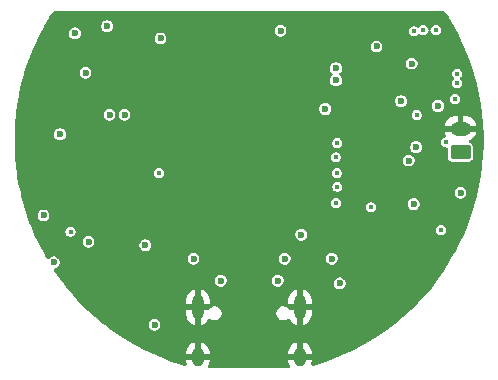
<source format=gbr>
%TF.GenerationSoftware,KiCad,Pcbnew,9.0.6*%
%TF.CreationDate,2026-01-06T14:18:23+01:00*%
%TF.ProjectId,EnviroLind,456e7669-726f-44c6-996e-642e6b696361,rev?*%
%TF.SameCoordinates,Original*%
%TF.FileFunction,Copper,L3,Inr*%
%TF.FilePolarity,Positive*%
%FSLAX46Y46*%
G04 Gerber Fmt 4.6, Leading zero omitted, Abs format (unit mm)*
G04 Created by KiCad (PCBNEW 9.0.6) date 2026-01-06 14:18:23*
%MOMM*%
%LPD*%
G01*
G04 APERTURE LIST*
G04 Aperture macros list*
%AMRoundRect*
0 Rectangle with rounded corners*
0 $1 Rounding radius*
0 $2 $3 $4 $5 $6 $7 $8 $9 X,Y pos of 4 corners*
0 Add a 4 corners polygon primitive as box body*
4,1,4,$2,$3,$4,$5,$6,$7,$8,$9,$2,$3,0*
0 Add four circle primitives for the rounded corners*
1,1,$1+$1,$2,$3*
1,1,$1+$1,$4,$5*
1,1,$1+$1,$6,$7*
1,1,$1+$1,$8,$9*
0 Add four rect primitives between the rounded corners*
20,1,$1+$1,$2,$3,$4,$5,0*
20,1,$1+$1,$4,$5,$6,$7,0*
20,1,$1+$1,$6,$7,$8,$9,0*
20,1,$1+$1,$8,$9,$2,$3,0*%
G04 Aperture macros list end*
%TA.AperFunction,HeatsinkPad*%
%ADD10O,1.000000X2.100000*%
%TD*%
%TA.AperFunction,HeatsinkPad*%
%ADD11O,1.000000X1.600000*%
%TD*%
%TA.AperFunction,ComponentPad*%
%ADD12RoundRect,0.250000X0.625000X-0.350000X0.625000X0.350000X-0.625000X0.350000X-0.625000X-0.350000X0*%
%TD*%
%TA.AperFunction,ComponentPad*%
%ADD13O,1.750000X1.200000*%
%TD*%
%TA.AperFunction,ViaPad*%
%ADD14C,0.600000*%
%TD*%
%TA.AperFunction,ViaPad*%
%ADD15C,0.450000*%
%TD*%
G04 APERTURE END LIST*
D10*
%TO.N,GND*%
%TO.C,J1*%
X97276000Y-115754000D03*
D11*
X97276000Y-119934000D03*
D10*
X105916000Y-115754000D03*
D11*
X105916000Y-119934000D03*
%TD*%
D12*
%TO.N,VBAT*%
%TO.C,J3*%
X119507000Y-102616000D03*
D13*
%TO.N,GND*%
X119507000Y-100616000D03*
%TD*%
D14*
%TO.N,GND*%
X86614000Y-91059000D03*
X117535393Y-96134000D03*
X89154000Y-91059000D03*
X88773000Y-114427000D03*
X100965000Y-91059000D03*
X94488000Y-119634000D03*
X103505000Y-91059000D03*
X100330000Y-120396000D03*
X106045000Y-91059000D03*
X89611200Y-93472000D03*
X101600000Y-116967000D03*
X108712000Y-119634000D03*
X85344000Y-91059000D03*
X90271600Y-100711000D03*
X97155000Y-91059000D03*
X84150200Y-109347000D03*
X102235000Y-91059000D03*
X94361000Y-100584000D03*
X98425000Y-91059000D03*
X107315000Y-91059000D03*
X89357200Y-112750600D03*
X120269000Y-106807000D03*
X108585000Y-91059000D03*
X94742000Y-112795500D03*
X113944400Y-96774000D03*
X113919000Y-91059000D03*
X113538000Y-99187000D03*
X116459000Y-91059000D03*
X104140000Y-120396000D03*
X118110000Y-111760000D03*
X119380000Y-109347000D03*
X120904000Y-103378000D03*
X94615000Y-91059000D03*
X117729000Y-91059000D03*
X99695000Y-91059000D03*
X119888000Y-108077000D03*
X116713000Y-105664000D03*
X120604728Y-97721013D03*
X99060000Y-120396000D03*
X104775000Y-91059000D03*
X91338400Y-104470200D03*
X114681000Y-114681000D03*
X89408000Y-102844600D03*
X89712800Y-105359200D03*
X121031000Y-101727000D03*
X87884000Y-91059000D03*
X102870000Y-120396000D03*
X115189000Y-91059000D03*
X112649000Y-91059000D03*
X101600000Y-120396000D03*
X120777000Y-98933000D03*
X119532400Y-94208600D03*
X89154000Y-100711000D03*
X88188800Y-104470200D03*
X118745000Y-110617000D03*
X95885000Y-91059000D03*
%TO.N,+5V*%
X104622600Y-111633000D03*
X93599000Y-117221000D03*
X108610400Y-111633000D03*
X96901000Y-111633000D03*
X115544600Y-107010200D03*
%TO.N,+3.3V*%
X87757000Y-95885000D03*
X86868000Y-92549600D03*
X92828641Y-110486757D03*
X94107000Y-92964000D03*
X114477800Y-98298000D03*
X85064600Y-111937800D03*
X104267000Y-92329000D03*
X84201000Y-107950000D03*
X85598000Y-101092000D03*
X89789000Y-99441000D03*
X91059000Y-99441000D03*
X112395000Y-93646700D03*
%TO.N,+1V2*%
X115121400Y-103318600D03*
X115366800Y-95106200D03*
%TO.N,nRESET*%
X89585800Y-91948000D03*
D15*
%TO.N,BUTTON*%
X93980000Y-104394000D03*
X86487000Y-109347000D03*
%TO.N,CS_1*%
X109067200Y-101829000D03*
X119210200Y-95961200D03*
D14*
%TO.N,BOOT*%
X108051600Y-98958400D03*
D15*
%TO.N,CIPO*%
X119024400Y-98094800D03*
X109016800Y-104394000D03*
X115544600Y-92379800D03*
D14*
%TO.N,Net-(F1-Pad2)*%
X99212400Y-113487200D03*
X104038400Y-113487200D03*
D15*
%TO.N,COPI*%
X109067600Y-105537000D03*
X115787044Y-99480244D03*
X117424200Y-92278200D03*
%TO.N,SCK*%
X108966000Y-106908600D03*
X111937800Y-107289600D03*
X116357400Y-92278200D03*
D14*
X117602000Y-98704400D03*
%TO.N,TX*%
X108966000Y-95504000D03*
%TO.N,RX*%
X108966000Y-96520000D03*
D15*
%TO.N,CS_0*%
X108940600Y-103047800D03*
X119205431Y-96761186D03*
D14*
%TO.N,VCC*%
X106019600Y-109601000D03*
X88011000Y-110185200D03*
X115748400Y-102184200D03*
%TO.N,VBAT*%
X109270800Y-113715800D03*
X119507000Y-106045000D03*
D15*
%TO.N,STAT*%
X117845000Y-109209000D03*
X118279060Y-101772273D03*
%TD*%
%TA.AperFunction,Conductor*%
%TO.N,GND*%
G36*
X118192354Y-90715585D02*
G01*
X118229535Y-90752713D01*
X118522065Y-91206483D01*
X118524915Y-91211123D01*
X118962100Y-91959512D01*
X118964743Y-91964274D01*
X119368636Y-92731117D01*
X119371067Y-92735989D01*
X119473297Y-92952658D01*
X119740908Y-93519841D01*
X119743109Y-93524783D01*
X120078171Y-94324102D01*
X120080166Y-94329170D01*
X120379811Y-95142432D01*
X120381581Y-95147582D01*
X120645229Y-95973210D01*
X120646771Y-95978432D01*
X120873917Y-96814853D01*
X120875228Y-96820139D01*
X121065427Y-97665703D01*
X121066503Y-97671033D01*
X121088595Y-97794300D01*
X121219394Y-98524142D01*
X121220237Y-98529522D01*
X121335523Y-99388522D01*
X121336129Y-99393934D01*
X121413590Y-100257185D01*
X121413957Y-100262618D01*
X121453440Y-101128401D01*
X121453569Y-101133845D01*
X121455001Y-102000565D01*
X121454890Y-102006010D01*
X121418267Y-102871917D01*
X121417918Y-102877351D01*
X121343310Y-103740852D01*
X121342722Y-103746266D01*
X121230274Y-104605640D01*
X121229449Y-104611023D01*
X121079375Y-105464646D01*
X121078314Y-105469988D01*
X120890915Y-106316150D01*
X120889622Y-106321439D01*
X120665238Y-107158615D01*
X120663713Y-107163843D01*
X120402789Y-107990356D01*
X120401035Y-107995512D01*
X120104091Y-108809721D01*
X120102114Y-108814795D01*
X119769685Y-109615238D01*
X119767486Y-109620220D01*
X119400251Y-110405257D01*
X119397836Y-110410138D01*
X118996478Y-111178311D01*
X118993851Y-111183081D01*
X118559153Y-111932891D01*
X118556319Y-111937541D01*
X118089114Y-112667550D01*
X118086078Y-112672071D01*
X117587281Y-113380848D01*
X117584057Y-113385222D01*
X117411195Y-113609266D01*
X117054623Y-114071412D01*
X117051203Y-114075649D01*
X116492126Y-114737964D01*
X116488522Y-114742047D01*
X115900937Y-115379141D01*
X115897158Y-115383062D01*
X115282157Y-115993752D01*
X115278210Y-115997503D01*
X114636986Y-116580604D01*
X114632877Y-116584179D01*
X113966666Y-117138566D01*
X113962405Y-117141956D01*
X113272518Y-117666543D01*
X113268112Y-117669744D01*
X112555810Y-118163567D01*
X112551267Y-118166570D01*
X111818027Y-118628606D01*
X111813357Y-118631408D01*
X111060494Y-119060830D01*
X111055706Y-119063423D01*
X110284737Y-119459362D01*
X110279840Y-119461743D01*
X109887109Y-119642105D01*
X109492206Y-119823463D01*
X109487222Y-119825621D01*
X108684488Y-120152400D01*
X108679400Y-120154342D01*
X107863097Y-120445559D01*
X107857929Y-120447276D01*
X107029612Y-120702377D01*
X107024376Y-120703865D01*
X107018292Y-120705450D01*
X106948455Y-120703302D01*
X106890866Y-120663739D01*
X106863809Y-120599321D01*
X106872471Y-120537999D01*
X106877571Y-120525685D01*
X106877572Y-120525681D01*
X106915999Y-120332495D01*
X106916000Y-120332492D01*
X106916000Y-120184000D01*
X106216000Y-120184000D01*
X106216000Y-119684000D01*
X106916000Y-119684000D01*
X106916000Y-119535508D01*
X106915999Y-119535504D01*
X106877572Y-119342318D01*
X106877569Y-119342306D01*
X106802192Y-119160328D01*
X106802185Y-119160315D01*
X106692751Y-118996537D01*
X106692748Y-118996533D01*
X106553466Y-118857251D01*
X106553462Y-118857248D01*
X106389684Y-118747814D01*
X106389671Y-118747807D01*
X106207691Y-118672429D01*
X106207683Y-118672427D01*
X106166000Y-118664135D01*
X106166000Y-119467011D01*
X106156060Y-119449795D01*
X106100205Y-119393940D01*
X106031796Y-119354444D01*
X105955496Y-119334000D01*
X105876504Y-119334000D01*
X105800204Y-119354444D01*
X105731795Y-119393940D01*
X105675940Y-119449795D01*
X105666000Y-119467011D01*
X105666000Y-118664136D01*
X105665999Y-118664135D01*
X105624316Y-118672427D01*
X105624308Y-118672429D01*
X105442328Y-118747807D01*
X105442315Y-118747814D01*
X105278537Y-118857248D01*
X105278533Y-118857251D01*
X105139251Y-118996533D01*
X105139248Y-118996537D01*
X105029814Y-119160315D01*
X105029807Y-119160328D01*
X104954430Y-119342306D01*
X104954427Y-119342318D01*
X104916000Y-119535504D01*
X104916000Y-119684000D01*
X105616000Y-119684000D01*
X105616000Y-120184000D01*
X104916000Y-120184000D01*
X104916000Y-120332495D01*
X104954427Y-120525681D01*
X104954430Y-120525693D01*
X105029807Y-120707671D01*
X105029815Y-120707685D01*
X105035830Y-120716688D01*
X105056706Y-120783366D01*
X105038219Y-120850746D01*
X104986239Y-120897435D01*
X104932731Y-120909576D01*
X98259113Y-120909821D01*
X98192072Y-120890139D01*
X98146316Y-120837337D01*
X98136369Y-120768178D01*
X98156011Y-120716922D01*
X98162189Y-120707677D01*
X98162192Y-120707671D01*
X98237569Y-120525693D01*
X98237572Y-120525681D01*
X98275999Y-120332495D01*
X98276000Y-120332492D01*
X98276000Y-120184000D01*
X97576000Y-120184000D01*
X97576000Y-119684000D01*
X98276000Y-119684000D01*
X98276000Y-119535508D01*
X98275999Y-119535504D01*
X98237572Y-119342318D01*
X98237569Y-119342306D01*
X98162192Y-119160328D01*
X98162185Y-119160315D01*
X98052751Y-118996537D01*
X98052748Y-118996533D01*
X97913466Y-118857251D01*
X97913462Y-118857248D01*
X97749684Y-118747814D01*
X97749671Y-118747807D01*
X97567691Y-118672429D01*
X97567683Y-118672427D01*
X97526000Y-118664135D01*
X97526000Y-119467011D01*
X97516060Y-119449795D01*
X97460205Y-119393940D01*
X97391796Y-119354444D01*
X97315496Y-119334000D01*
X97236504Y-119334000D01*
X97160204Y-119354444D01*
X97091795Y-119393940D01*
X97035940Y-119449795D01*
X97026000Y-119467011D01*
X97026000Y-118664136D01*
X97025999Y-118664135D01*
X96984316Y-118672427D01*
X96984308Y-118672429D01*
X96802328Y-118747807D01*
X96802315Y-118747814D01*
X96638537Y-118857248D01*
X96638533Y-118857251D01*
X96499251Y-118996533D01*
X96499248Y-118996537D01*
X96389814Y-119160315D01*
X96389807Y-119160328D01*
X96314430Y-119342306D01*
X96314427Y-119342318D01*
X96276000Y-119535504D01*
X96276000Y-119684000D01*
X96976000Y-119684000D01*
X96976000Y-120184000D01*
X96276000Y-120184000D01*
X96276000Y-120332495D01*
X96314427Y-120525681D01*
X96314430Y-120525693D01*
X96318482Y-120535475D01*
X96325949Y-120604945D01*
X96294673Y-120667423D01*
X96234583Y-120703074D01*
X96167431Y-120701435D01*
X95343388Y-120447715D01*
X95338220Y-120445998D01*
X94854579Y-120273496D01*
X94521880Y-120154830D01*
X94516798Y-120152892D01*
X94515589Y-120152400D01*
X93713980Y-119826141D01*
X93708982Y-119823977D01*
X93312892Y-119642105D01*
X92921338Y-119462316D01*
X92916440Y-119459936D01*
X92145391Y-119064017D01*
X92140602Y-119061423D01*
X91387708Y-118632046D01*
X91383038Y-118629245D01*
X90649725Y-118167227D01*
X90645182Y-118164224D01*
X89932838Y-117670435D01*
X89928432Y-117667235D01*
X89428732Y-117287310D01*
X93095299Y-117287310D01*
X93129627Y-117415422D01*
X93129628Y-117415423D01*
X93195937Y-117530275D01*
X93195939Y-117530278D01*
X93195940Y-117530279D01*
X93289721Y-117624060D01*
X93404579Y-117690373D01*
X93532687Y-117724700D01*
X93532690Y-117724700D01*
X93665310Y-117724700D01*
X93665313Y-117724700D01*
X93793421Y-117690373D01*
X93908279Y-117624060D01*
X94002060Y-117530279D01*
X94068373Y-117415421D01*
X94102700Y-117287313D01*
X94102700Y-117154687D01*
X94068373Y-117026579D01*
X94002060Y-116911721D01*
X93908279Y-116817940D01*
X93908278Y-116817939D01*
X93908275Y-116817937D01*
X93793423Y-116751628D01*
X93793422Y-116751627D01*
X93761394Y-116743045D01*
X93665313Y-116717300D01*
X93532687Y-116717300D01*
X93455822Y-116737896D01*
X93404577Y-116751627D01*
X93404576Y-116751628D01*
X93289724Y-116817937D01*
X93289719Y-116817941D01*
X93195941Y-116911719D01*
X93195937Y-116911724D01*
X93129628Y-117026576D01*
X93129627Y-117026577D01*
X93115112Y-117080748D01*
X93095300Y-117154687D01*
X93095300Y-117154689D01*
X93095300Y-117287310D01*
X93095299Y-117287310D01*
X89428732Y-117287310D01*
X89373437Y-117245269D01*
X89238471Y-117142654D01*
X89234209Y-117139263D01*
X88567958Y-116584905D01*
X88563849Y-116581331D01*
X87973314Y-116044383D01*
X87959547Y-116031865D01*
X87922562Y-115998237D01*
X87918620Y-115994491D01*
X87914314Y-115990216D01*
X87303553Y-115383799D01*
X87299774Y-115379878D01*
X87118628Y-115183490D01*
X87046695Y-115105504D01*
X96276000Y-115105504D01*
X96276000Y-115504000D01*
X96976000Y-115504000D01*
X96976000Y-116004000D01*
X96276000Y-116004000D01*
X96276000Y-116402495D01*
X96314427Y-116595681D01*
X96314430Y-116595693D01*
X96389807Y-116777671D01*
X96389814Y-116777684D01*
X96499248Y-116941462D01*
X96499251Y-116941466D01*
X96638533Y-117080748D01*
X96638537Y-117080751D01*
X96802315Y-117190185D01*
X96802328Y-117190192D01*
X96984308Y-117265569D01*
X97026000Y-117273862D01*
X97026000Y-116470988D01*
X97035940Y-116488205D01*
X97091795Y-116544060D01*
X97160204Y-116583556D01*
X97236504Y-116604000D01*
X97315496Y-116604000D01*
X97391796Y-116583556D01*
X97460205Y-116544060D01*
X97516060Y-116488205D01*
X97526000Y-116470988D01*
X97526000Y-117273862D01*
X97567690Y-117265569D01*
X97567692Y-117265569D01*
X97749671Y-117190192D01*
X97749684Y-117190185D01*
X97913462Y-117080751D01*
X97913466Y-117080748D01*
X98052748Y-116941466D01*
X98052751Y-116941462D01*
X98162185Y-116777684D01*
X98162186Y-116777682D01*
X98166129Y-116768163D01*
X98209968Y-116713757D01*
X98276261Y-116691689D01*
X98343961Y-116708965D01*
X98349400Y-116712647D01*
X98352634Y-116714514D01*
X98352635Y-116714515D01*
X98483865Y-116790281D01*
X98630234Y-116829500D01*
X98630236Y-116829500D01*
X98781764Y-116829500D01*
X98781766Y-116829500D01*
X98928135Y-116790281D01*
X99059365Y-116714515D01*
X99166515Y-116607365D01*
X99242281Y-116476135D01*
X99281500Y-116329766D01*
X99281500Y-116178234D01*
X103910500Y-116178234D01*
X103910500Y-116329765D01*
X103949719Y-116476136D01*
X103987602Y-116541750D01*
X104025485Y-116607365D01*
X104132635Y-116714515D01*
X104263865Y-116790281D01*
X104410234Y-116829500D01*
X104410236Y-116829500D01*
X104561764Y-116829500D01*
X104561766Y-116829500D01*
X104708135Y-116790281D01*
X104839365Y-116714515D01*
X104839366Y-116714513D01*
X104846403Y-116710451D01*
X104847676Y-116712656D01*
X104900956Y-116692043D01*
X104969405Y-116706063D01*
X105019407Y-116754864D01*
X105025867Y-116768157D01*
X105029809Y-116777674D01*
X105029814Y-116777684D01*
X105139248Y-116941462D01*
X105139251Y-116941466D01*
X105278533Y-117080748D01*
X105278537Y-117080751D01*
X105442315Y-117190185D01*
X105442328Y-117190192D01*
X105624308Y-117265569D01*
X105666000Y-117273862D01*
X105666000Y-116470988D01*
X105675940Y-116488205D01*
X105731795Y-116544060D01*
X105800204Y-116583556D01*
X105876504Y-116604000D01*
X105955496Y-116604000D01*
X106031796Y-116583556D01*
X106100205Y-116544060D01*
X106156060Y-116488205D01*
X106166000Y-116470988D01*
X106166000Y-117273862D01*
X106207690Y-117265569D01*
X106207692Y-117265569D01*
X106389671Y-117190192D01*
X106389684Y-117190185D01*
X106553462Y-117080751D01*
X106553466Y-117080748D01*
X106692748Y-116941466D01*
X106692751Y-116941462D01*
X106802185Y-116777684D01*
X106802192Y-116777671D01*
X106877569Y-116595693D01*
X106877572Y-116595681D01*
X106915999Y-116402495D01*
X106916000Y-116402492D01*
X106916000Y-116004000D01*
X106216000Y-116004000D01*
X106216000Y-115504000D01*
X106916000Y-115504000D01*
X106916000Y-115105508D01*
X106915999Y-115105504D01*
X106877572Y-114912318D01*
X106877569Y-114912306D01*
X106802192Y-114730328D01*
X106802185Y-114730315D01*
X106692751Y-114566537D01*
X106692748Y-114566533D01*
X106553466Y-114427251D01*
X106553462Y-114427248D01*
X106389684Y-114317814D01*
X106389671Y-114317807D01*
X106207691Y-114242429D01*
X106207683Y-114242427D01*
X106166000Y-114234135D01*
X106166000Y-115037011D01*
X106156060Y-115019795D01*
X106100205Y-114963940D01*
X106031796Y-114924444D01*
X105955496Y-114904000D01*
X105876504Y-114904000D01*
X105800204Y-114924444D01*
X105731795Y-114963940D01*
X105675940Y-115019795D01*
X105666000Y-115037011D01*
X105666000Y-114234136D01*
X105665999Y-114234135D01*
X105624316Y-114242427D01*
X105624308Y-114242429D01*
X105442328Y-114317807D01*
X105442315Y-114317814D01*
X105278537Y-114427248D01*
X105278533Y-114427251D01*
X105139251Y-114566533D01*
X105139248Y-114566537D01*
X105029814Y-114730315D01*
X105029807Y-114730328D01*
X104954430Y-114912306D01*
X104954427Y-114912318D01*
X104916000Y-115105504D01*
X104916000Y-115504000D01*
X105616000Y-115504000D01*
X105616000Y-116004000D01*
X105077784Y-116004000D01*
X105010745Y-115984315D01*
X104970397Y-115942000D01*
X104946515Y-115900635D01*
X104839365Y-115793485D01*
X104773750Y-115755602D01*
X104708136Y-115717719D01*
X104634950Y-115698109D01*
X104561766Y-115678500D01*
X104410234Y-115678500D01*
X104263863Y-115717719D01*
X104132635Y-115793485D01*
X104132632Y-115793487D01*
X104025487Y-115900632D01*
X104025485Y-115900635D01*
X103949719Y-116031863D01*
X103910500Y-116178234D01*
X99281500Y-116178234D01*
X99242281Y-116031865D01*
X99166515Y-115900635D01*
X99059365Y-115793485D01*
X98993750Y-115755602D01*
X98928136Y-115717719D01*
X98854950Y-115698109D01*
X98781766Y-115678500D01*
X98630234Y-115678500D01*
X98483863Y-115717719D01*
X98352635Y-115793485D01*
X98352632Y-115793487D01*
X98245487Y-115900632D01*
X98245483Y-115900638D01*
X98221603Y-115942000D01*
X98171036Y-115990216D01*
X98114216Y-116004000D01*
X97576000Y-116004000D01*
X97576000Y-115504000D01*
X98276000Y-115504000D01*
X98276000Y-115105508D01*
X98275999Y-115105504D01*
X98237572Y-114912318D01*
X98237569Y-114912306D01*
X98162192Y-114730328D01*
X98162185Y-114730315D01*
X98052751Y-114566537D01*
X98052748Y-114566533D01*
X97913466Y-114427251D01*
X97913462Y-114427248D01*
X97749684Y-114317814D01*
X97749671Y-114317807D01*
X97567691Y-114242429D01*
X97567683Y-114242427D01*
X97526000Y-114234135D01*
X97526000Y-115037011D01*
X97516060Y-115019795D01*
X97460205Y-114963940D01*
X97391796Y-114924444D01*
X97315496Y-114904000D01*
X97236504Y-114904000D01*
X97160204Y-114924444D01*
X97091795Y-114963940D01*
X97035940Y-115019795D01*
X97026000Y-115037011D01*
X97026000Y-114234136D01*
X97025999Y-114234135D01*
X96984316Y-114242427D01*
X96984308Y-114242429D01*
X96802328Y-114317807D01*
X96802315Y-114317814D01*
X96638537Y-114427248D01*
X96638533Y-114427251D01*
X96499251Y-114566533D01*
X96499248Y-114566537D01*
X96389814Y-114730315D01*
X96389807Y-114730328D01*
X96314430Y-114912306D01*
X96314427Y-114912318D01*
X96276000Y-115105504D01*
X87046695Y-115105504D01*
X86712123Y-114742780D01*
X86708519Y-114738696D01*
X86149407Y-114076405D01*
X86145987Y-114072168D01*
X86109652Y-114025079D01*
X85745774Y-113553510D01*
X98708699Y-113553510D01*
X98743027Y-113681622D01*
X98743028Y-113681623D01*
X98809337Y-113796475D01*
X98809339Y-113796478D01*
X98809340Y-113796479D01*
X98903121Y-113890260D01*
X98903122Y-113890261D01*
X98903124Y-113890262D01*
X98937696Y-113910222D01*
X99017979Y-113956573D01*
X99146087Y-113990900D01*
X99146090Y-113990900D01*
X99278710Y-113990900D01*
X99278713Y-113990900D01*
X99406821Y-113956573D01*
X99521679Y-113890260D01*
X99615460Y-113796479D01*
X99681773Y-113681621D01*
X99716100Y-113553513D01*
X99716100Y-113553510D01*
X103534699Y-113553510D01*
X103569027Y-113681622D01*
X103569028Y-113681623D01*
X103635337Y-113796475D01*
X103635339Y-113796478D01*
X103635340Y-113796479D01*
X103729121Y-113890260D01*
X103729122Y-113890261D01*
X103729124Y-113890262D01*
X103763696Y-113910222D01*
X103843979Y-113956573D01*
X103972087Y-113990900D01*
X103972090Y-113990900D01*
X104104710Y-113990900D01*
X104104713Y-113990900D01*
X104232821Y-113956573D01*
X104347679Y-113890260D01*
X104441460Y-113796479D01*
X104449756Y-113782110D01*
X108767099Y-113782110D01*
X108801427Y-113910222D01*
X108801428Y-113910223D01*
X108867737Y-114025075D01*
X108867739Y-114025078D01*
X108867740Y-114025079D01*
X108961521Y-114118860D01*
X109076379Y-114185173D01*
X109204487Y-114219500D01*
X109204490Y-114219500D01*
X109337110Y-114219500D01*
X109337113Y-114219500D01*
X109465221Y-114185173D01*
X109580079Y-114118860D01*
X109673860Y-114025079D01*
X109740173Y-113910221D01*
X109774500Y-113782113D01*
X109774500Y-113649487D01*
X109740173Y-113521379D01*
X109707016Y-113463950D01*
X109673862Y-113406524D01*
X109673858Y-113406519D01*
X109580080Y-113312741D01*
X109580075Y-113312737D01*
X109465223Y-113246428D01*
X109465222Y-113246427D01*
X109433194Y-113237845D01*
X109337113Y-113212100D01*
X109204487Y-113212100D01*
X109127622Y-113232696D01*
X109076377Y-113246427D01*
X109076376Y-113246428D01*
X108961524Y-113312737D01*
X108961519Y-113312741D01*
X108867741Y-113406519D01*
X108867737Y-113406524D01*
X108801428Y-113521376D01*
X108801427Y-113521377D01*
X108784263Y-113585433D01*
X108767100Y-113649487D01*
X108767100Y-113649489D01*
X108767100Y-113782110D01*
X108767099Y-113782110D01*
X104449756Y-113782110D01*
X104507773Y-113681621D01*
X104542100Y-113553513D01*
X104542100Y-113420887D01*
X104507773Y-113292779D01*
X104441460Y-113177921D01*
X104347679Y-113084140D01*
X104347678Y-113084139D01*
X104347675Y-113084137D01*
X104232823Y-113017828D01*
X104232822Y-113017827D01*
X104200794Y-113009245D01*
X104104713Y-112983500D01*
X103972087Y-112983500D01*
X103895222Y-113004096D01*
X103843977Y-113017827D01*
X103843976Y-113017828D01*
X103729124Y-113084137D01*
X103729119Y-113084141D01*
X103635341Y-113177919D01*
X103635337Y-113177924D01*
X103569028Y-113292776D01*
X103569027Y-113292777D01*
X103563679Y-113312737D01*
X103534700Y-113420887D01*
X103534700Y-113420889D01*
X103534700Y-113553510D01*
X103534699Y-113553510D01*
X99716100Y-113553510D01*
X99716100Y-113420887D01*
X99681773Y-113292779D01*
X99615460Y-113177921D01*
X99521679Y-113084140D01*
X99521678Y-113084139D01*
X99521675Y-113084137D01*
X99406823Y-113017828D01*
X99406822Y-113017827D01*
X99374794Y-113009245D01*
X99278713Y-112983500D01*
X99146087Y-112983500D01*
X99069222Y-113004096D01*
X99017977Y-113017827D01*
X99017976Y-113017828D01*
X98903124Y-113084137D01*
X98903119Y-113084141D01*
X98809341Y-113177919D01*
X98809337Y-113177924D01*
X98743028Y-113292776D01*
X98743027Y-113292777D01*
X98737679Y-113312737D01*
X98708700Y-113420887D01*
X98708700Y-113420889D01*
X98708700Y-113553510D01*
X98708699Y-113553510D01*
X85745774Y-113553510D01*
X85616478Y-113385948D01*
X85613278Y-113381607D01*
X85564809Y-113312741D01*
X85114408Y-112672795D01*
X85111376Y-112668279D01*
X85110909Y-112667550D01*
X85081703Y-112621920D01*
X85062143Y-112554846D01*
X85081951Y-112487843D01*
X85134839Y-112442185D01*
X85154034Y-112435304D01*
X85259021Y-112407173D01*
X85373879Y-112340860D01*
X85467660Y-112247079D01*
X85533973Y-112132221D01*
X85568300Y-112004113D01*
X85568300Y-111871487D01*
X85533973Y-111743379D01*
X85508530Y-111699310D01*
X96397299Y-111699310D01*
X96431627Y-111827422D01*
X96431628Y-111827423D01*
X96497937Y-111942275D01*
X96497939Y-111942278D01*
X96497940Y-111942279D01*
X96591721Y-112036060D01*
X96706579Y-112102373D01*
X96834687Y-112136700D01*
X96834690Y-112136700D01*
X96967310Y-112136700D01*
X96967313Y-112136700D01*
X97095421Y-112102373D01*
X97210279Y-112036060D01*
X97304060Y-111942279D01*
X97370373Y-111827421D01*
X97404700Y-111699313D01*
X97404700Y-111699310D01*
X104118899Y-111699310D01*
X104153227Y-111827422D01*
X104153228Y-111827423D01*
X104219537Y-111942275D01*
X104219539Y-111942278D01*
X104219540Y-111942279D01*
X104313321Y-112036060D01*
X104428179Y-112102373D01*
X104556287Y-112136700D01*
X104556290Y-112136700D01*
X104688910Y-112136700D01*
X104688913Y-112136700D01*
X104817021Y-112102373D01*
X104931879Y-112036060D01*
X105025660Y-111942279D01*
X105091973Y-111827421D01*
X105126300Y-111699313D01*
X105126300Y-111699310D01*
X108106699Y-111699310D01*
X108141027Y-111827422D01*
X108141028Y-111827423D01*
X108207337Y-111942275D01*
X108207339Y-111942278D01*
X108207340Y-111942279D01*
X108301121Y-112036060D01*
X108415979Y-112102373D01*
X108544087Y-112136700D01*
X108544090Y-112136700D01*
X108676710Y-112136700D01*
X108676713Y-112136700D01*
X108804821Y-112102373D01*
X108919679Y-112036060D01*
X109013460Y-111942279D01*
X109079773Y-111827421D01*
X109114100Y-111699313D01*
X109114100Y-111566687D01*
X109079773Y-111438579D01*
X109013460Y-111323721D01*
X108919679Y-111229940D01*
X108919678Y-111229939D01*
X108919675Y-111229937D01*
X108804823Y-111163628D01*
X108804822Y-111163627D01*
X108772794Y-111155045D01*
X108676713Y-111129300D01*
X108544087Y-111129300D01*
X108467222Y-111149896D01*
X108415977Y-111163627D01*
X108415976Y-111163628D01*
X108301124Y-111229937D01*
X108301119Y-111229941D01*
X108207341Y-111323719D01*
X108207337Y-111323724D01*
X108141028Y-111438576D01*
X108141027Y-111438577D01*
X108133029Y-111468427D01*
X108106700Y-111566687D01*
X108106700Y-111566689D01*
X108106700Y-111699310D01*
X108106699Y-111699310D01*
X105126300Y-111699310D01*
X105126300Y-111566687D01*
X105091973Y-111438579D01*
X105025660Y-111323721D01*
X104931879Y-111229940D01*
X104931878Y-111229939D01*
X104931875Y-111229937D01*
X104817023Y-111163628D01*
X104817022Y-111163627D01*
X104784994Y-111155045D01*
X104688913Y-111129300D01*
X104556287Y-111129300D01*
X104479422Y-111149896D01*
X104428177Y-111163627D01*
X104428176Y-111163628D01*
X104313324Y-111229937D01*
X104313319Y-111229941D01*
X104219541Y-111323719D01*
X104219537Y-111323724D01*
X104153228Y-111438576D01*
X104153227Y-111438577D01*
X104145229Y-111468427D01*
X104118900Y-111566687D01*
X104118900Y-111566689D01*
X104118900Y-111699310D01*
X104118899Y-111699310D01*
X97404700Y-111699310D01*
X97404700Y-111566687D01*
X97370373Y-111438579D01*
X97304060Y-111323721D01*
X97210279Y-111229940D01*
X97210278Y-111229939D01*
X97210275Y-111229937D01*
X97095423Y-111163628D01*
X97095422Y-111163627D01*
X97063394Y-111155045D01*
X96967313Y-111129300D01*
X96834687Y-111129300D01*
X96757822Y-111149896D01*
X96706577Y-111163627D01*
X96706576Y-111163628D01*
X96591724Y-111229937D01*
X96591719Y-111229941D01*
X96497941Y-111323719D01*
X96497937Y-111323724D01*
X96431628Y-111438576D01*
X96431627Y-111438577D01*
X96423629Y-111468427D01*
X96397300Y-111566687D01*
X96397300Y-111566689D01*
X96397300Y-111699310D01*
X96397299Y-111699310D01*
X85508530Y-111699310D01*
X85491108Y-111669135D01*
X85467662Y-111628524D01*
X85467658Y-111628519D01*
X85373880Y-111534741D01*
X85373875Y-111534737D01*
X85259023Y-111468428D01*
X85259022Y-111468427D01*
X85226994Y-111459845D01*
X85130913Y-111434100D01*
X84998287Y-111434100D01*
X84921422Y-111454696D01*
X84870177Y-111468427D01*
X84870176Y-111468428D01*
X84755324Y-111534737D01*
X84755319Y-111534741D01*
X84655793Y-111634268D01*
X84654747Y-111633222D01*
X84605559Y-111669135D01*
X84535813Y-111673285D01*
X84474895Y-111639070D01*
X84456345Y-111614640D01*
X84428542Y-111566687D01*
X84206540Y-111183794D01*
X84203943Y-111179081D01*
X83802502Y-110410825D01*
X83800111Y-110405993D01*
X83727838Y-110251510D01*
X87507299Y-110251510D01*
X87541627Y-110379622D01*
X87541628Y-110379623D01*
X87607937Y-110494475D01*
X87607939Y-110494478D01*
X87607940Y-110494479D01*
X87701721Y-110588260D01*
X87816579Y-110654573D01*
X87944687Y-110688900D01*
X87944690Y-110688900D01*
X88077310Y-110688900D01*
X88077313Y-110688900D01*
X88205421Y-110654573D01*
X88320279Y-110588260D01*
X88355472Y-110553067D01*
X92324940Y-110553067D01*
X92359268Y-110681179D01*
X92359269Y-110681180D01*
X92425578Y-110796032D01*
X92425580Y-110796035D01*
X92425581Y-110796036D01*
X92519362Y-110889817D01*
X92634220Y-110956130D01*
X92762328Y-110990457D01*
X92762331Y-110990457D01*
X92894951Y-110990457D01*
X92894954Y-110990457D01*
X93023062Y-110956130D01*
X93137920Y-110889817D01*
X93231701Y-110796036D01*
X93298014Y-110681178D01*
X93332341Y-110553070D01*
X93332341Y-110420444D01*
X93298014Y-110292336D01*
X93231701Y-110177478D01*
X93137920Y-110083697D01*
X93137919Y-110083696D01*
X93137916Y-110083694D01*
X93023064Y-110017385D01*
X93023063Y-110017384D01*
X92991035Y-110008802D01*
X92894954Y-109983057D01*
X92762328Y-109983057D01*
X92685463Y-110003653D01*
X92634218Y-110017384D01*
X92634217Y-110017385D01*
X92519365Y-110083694D01*
X92519360Y-110083698D01*
X92425582Y-110177476D01*
X92425578Y-110177481D01*
X92359269Y-110292333D01*
X92359268Y-110292334D01*
X92342104Y-110356390D01*
X92324941Y-110420444D01*
X92324941Y-110420446D01*
X92324941Y-110553067D01*
X92324940Y-110553067D01*
X88355472Y-110553067D01*
X88414060Y-110494479D01*
X88480373Y-110379621D01*
X88514700Y-110251513D01*
X88514700Y-110118887D01*
X88480373Y-109990779D01*
X88414060Y-109875921D01*
X88320279Y-109782140D01*
X88320278Y-109782139D01*
X88320275Y-109782137D01*
X88205423Y-109715828D01*
X88205422Y-109715827D01*
X88173394Y-109707245D01*
X88077313Y-109681500D01*
X87944687Y-109681500D01*
X87867822Y-109702096D01*
X87816577Y-109715827D01*
X87816576Y-109715828D01*
X87701724Y-109782137D01*
X87701719Y-109782141D01*
X87607941Y-109875919D01*
X87607937Y-109875924D01*
X87541628Y-109990776D01*
X87541627Y-109990777D01*
X87537764Y-110005195D01*
X87507300Y-110118887D01*
X87507300Y-110118889D01*
X87507300Y-110251510D01*
X87507299Y-110251510D01*
X83727838Y-110251510D01*
X83432819Y-109620914D01*
X83430621Y-109615934D01*
X83387648Y-109512472D01*
X83295477Y-109290561D01*
X86058300Y-109290561D01*
X86058300Y-109403439D01*
X86072907Y-109457955D01*
X86087515Y-109512473D01*
X86100341Y-109534687D01*
X86143955Y-109610228D01*
X86223772Y-109690045D01*
X86321528Y-109746485D01*
X86430561Y-109775700D01*
X86430563Y-109775700D01*
X86543437Y-109775700D01*
X86543439Y-109775700D01*
X86652472Y-109746485D01*
X86750228Y-109690045D01*
X86772963Y-109667310D01*
X105515899Y-109667310D01*
X105550227Y-109795422D01*
X105550228Y-109795423D01*
X105616537Y-109910275D01*
X105616539Y-109910278D01*
X105616540Y-109910279D01*
X105710321Y-110004060D01*
X105710322Y-110004061D01*
X105710324Y-110004062D01*
X105767750Y-110037216D01*
X105825179Y-110070373D01*
X105953287Y-110104700D01*
X105953290Y-110104700D01*
X106085910Y-110104700D01*
X106085913Y-110104700D01*
X106214021Y-110070373D01*
X106328879Y-110004060D01*
X106422660Y-109910279D01*
X106488973Y-109795421D01*
X106523300Y-109667313D01*
X106523300Y-109534687D01*
X106488973Y-109406579D01*
X106422660Y-109291721D01*
X106328879Y-109197940D01*
X106328878Y-109197939D01*
X106328875Y-109197937D01*
X106250280Y-109152561D01*
X117416300Y-109152561D01*
X117416300Y-109265438D01*
X117445515Y-109374473D01*
X117462239Y-109403439D01*
X117501955Y-109472228D01*
X117581772Y-109552045D01*
X117679528Y-109608485D01*
X117788561Y-109637700D01*
X117788563Y-109637700D01*
X117901437Y-109637700D01*
X117901439Y-109637700D01*
X118010472Y-109608485D01*
X118108228Y-109552045D01*
X118188045Y-109472228D01*
X118244485Y-109374472D01*
X118273700Y-109265439D01*
X118273700Y-109152561D01*
X118244485Y-109043528D01*
X118188045Y-108945772D01*
X118108228Y-108865955D01*
X118059350Y-108837735D01*
X118010473Y-108809515D01*
X117955955Y-108794907D01*
X117901439Y-108780300D01*
X117788561Y-108780300D01*
X117679526Y-108809515D01*
X117581772Y-108865955D01*
X117581769Y-108865957D01*
X117501957Y-108945769D01*
X117501955Y-108945772D01*
X117445515Y-109043526D01*
X117416300Y-109152561D01*
X106250280Y-109152561D01*
X106214023Y-109131628D01*
X106214022Y-109131627D01*
X106181994Y-109123045D01*
X106085913Y-109097300D01*
X105953287Y-109097300D01*
X105876422Y-109117896D01*
X105825177Y-109131627D01*
X105825176Y-109131628D01*
X105710324Y-109197937D01*
X105710319Y-109197941D01*
X105616541Y-109291719D01*
X105616537Y-109291724D01*
X105550228Y-109406576D01*
X105550227Y-109406577D01*
X105533063Y-109470633D01*
X105515900Y-109534687D01*
X105515900Y-109534689D01*
X105515900Y-109667310D01*
X105515899Y-109667310D01*
X86772963Y-109667310D01*
X86830045Y-109610228D01*
X86886485Y-109512472D01*
X86915700Y-109403439D01*
X86915700Y-109290561D01*
X86886485Y-109181528D01*
X86830045Y-109083772D01*
X86750228Y-109003955D01*
X86701350Y-108975735D01*
X86652473Y-108947515D01*
X86597955Y-108932907D01*
X86543439Y-108918300D01*
X86430561Y-108918300D01*
X86321526Y-108947515D01*
X86223772Y-109003955D01*
X86223769Y-109003957D01*
X86143957Y-109083769D01*
X86143955Y-109083772D01*
X86087515Y-109181526D01*
X86065031Y-109265439D01*
X86058300Y-109290561D01*
X83295477Y-109290561D01*
X83098147Y-108815469D01*
X83096188Y-108810443D01*
X82806534Y-108016310D01*
X83697299Y-108016310D01*
X83731627Y-108144422D01*
X83731628Y-108144423D01*
X83797937Y-108259275D01*
X83797939Y-108259278D01*
X83797940Y-108259279D01*
X83891721Y-108353060D01*
X84006579Y-108419373D01*
X84134687Y-108453700D01*
X84134690Y-108453700D01*
X84267310Y-108453700D01*
X84267313Y-108453700D01*
X84395421Y-108419373D01*
X84510279Y-108353060D01*
X84604060Y-108259279D01*
X84670373Y-108144421D01*
X84704700Y-108016313D01*
X84704700Y-107883687D01*
X84670373Y-107755579D01*
X84604060Y-107640721D01*
X84510279Y-107546940D01*
X84510278Y-107546939D01*
X84510275Y-107546937D01*
X84395423Y-107480628D01*
X84395422Y-107480627D01*
X84363394Y-107472045D01*
X84267313Y-107446300D01*
X84134687Y-107446300D01*
X84057822Y-107466896D01*
X84006577Y-107480627D01*
X84006576Y-107480628D01*
X83891724Y-107546937D01*
X83891719Y-107546941D01*
X83797941Y-107640719D01*
X83797937Y-107640724D01*
X83731628Y-107755576D01*
X83731627Y-107755577D01*
X83714463Y-107819633D01*
X83697300Y-107883687D01*
X83697300Y-107883689D01*
X83697300Y-108016310D01*
X83697299Y-108016310D01*
X82806534Y-108016310D01*
X82799168Y-107996116D01*
X82797438Y-107991028D01*
X82536466Y-107164462D01*
X82534946Y-107159250D01*
X82534776Y-107158615D01*
X82452628Y-106852161D01*
X108537300Y-106852161D01*
X108537300Y-106965038D01*
X108566515Y-107074073D01*
X108567924Y-107076513D01*
X108622955Y-107171828D01*
X108702772Y-107251645D01*
X108800528Y-107308085D01*
X108909561Y-107337300D01*
X108909563Y-107337300D01*
X109022437Y-107337300D01*
X109022439Y-107337300D01*
X109131472Y-107308085D01*
X109229228Y-107251645D01*
X109247712Y-107233161D01*
X111509100Y-107233161D01*
X111509100Y-107346038D01*
X111538315Y-107455073D01*
X111552460Y-107479572D01*
X111594755Y-107552828D01*
X111674572Y-107632645D01*
X111772328Y-107689085D01*
X111881361Y-107718300D01*
X111881363Y-107718300D01*
X111994237Y-107718300D01*
X111994239Y-107718300D01*
X112103272Y-107689085D01*
X112201028Y-107632645D01*
X112280845Y-107552828D01*
X112337285Y-107455072D01*
X112366500Y-107346039D01*
X112366500Y-107233161D01*
X112337285Y-107124128D01*
X112309792Y-107076510D01*
X115040899Y-107076510D01*
X115075227Y-107204622D01*
X115075228Y-107204623D01*
X115141537Y-107319475D01*
X115141539Y-107319478D01*
X115141540Y-107319479D01*
X115235321Y-107413260D01*
X115350179Y-107479573D01*
X115478287Y-107513900D01*
X115478290Y-107513900D01*
X115610910Y-107513900D01*
X115610913Y-107513900D01*
X115739021Y-107479573D01*
X115853879Y-107413260D01*
X115947660Y-107319479D01*
X116013973Y-107204621D01*
X116048300Y-107076513D01*
X116048300Y-106943887D01*
X116013973Y-106815779D01*
X115947660Y-106700921D01*
X115853879Y-106607140D01*
X115853878Y-106607139D01*
X115853875Y-106607137D01*
X115739023Y-106540828D01*
X115739022Y-106540827D01*
X115706994Y-106532245D01*
X115610913Y-106506500D01*
X115478287Y-106506500D01*
X115401422Y-106527096D01*
X115350177Y-106540827D01*
X115350176Y-106540828D01*
X115235324Y-106607137D01*
X115235319Y-106607141D01*
X115141541Y-106700919D01*
X115141537Y-106700924D01*
X115075228Y-106815776D01*
X115075227Y-106815777D01*
X115065478Y-106852161D01*
X115040900Y-106943887D01*
X115040900Y-106943889D01*
X115040900Y-107076510D01*
X115040899Y-107076510D01*
X112309792Y-107076510D01*
X112280845Y-107026372D01*
X112201028Y-106946555D01*
X112152150Y-106918335D01*
X112103273Y-106890115D01*
X112048755Y-106875507D01*
X111994239Y-106860900D01*
X111881361Y-106860900D01*
X111772326Y-106890115D01*
X111674572Y-106946555D01*
X111674569Y-106946557D01*
X111594757Y-107026369D01*
X111594755Y-107026372D01*
X111538315Y-107124126D01*
X111509100Y-107233161D01*
X109247712Y-107233161D01*
X109309045Y-107171828D01*
X109365485Y-107074072D01*
X109394700Y-106965039D01*
X109394700Y-106852161D01*
X109365485Y-106743128D01*
X109309045Y-106645372D01*
X109229228Y-106565555D01*
X109180350Y-106537335D01*
X109131473Y-106509115D01*
X109076955Y-106494507D01*
X109022439Y-106479900D01*
X108909561Y-106479900D01*
X108800526Y-106509115D01*
X108702772Y-106565555D01*
X108702769Y-106565557D01*
X108622957Y-106645369D01*
X108622955Y-106645372D01*
X108566515Y-106743126D01*
X108537300Y-106852161D01*
X82452628Y-106852161D01*
X82310531Y-106322068D01*
X82309248Y-106316826D01*
X82263726Y-106111310D01*
X119003299Y-106111310D01*
X119037627Y-106239422D01*
X119037628Y-106239423D01*
X119103937Y-106354275D01*
X119103939Y-106354278D01*
X119103940Y-106354279D01*
X119197721Y-106448060D01*
X119312579Y-106514373D01*
X119440687Y-106548700D01*
X119440690Y-106548700D01*
X119573310Y-106548700D01*
X119573313Y-106548700D01*
X119701421Y-106514373D01*
X119816279Y-106448060D01*
X119910060Y-106354279D01*
X119976373Y-106239421D01*
X120010700Y-106111313D01*
X120010700Y-105978687D01*
X119976373Y-105850579D01*
X119914652Y-105743674D01*
X119910062Y-105735724D01*
X119910058Y-105735719D01*
X119816280Y-105641941D01*
X119816275Y-105641937D01*
X119701423Y-105575628D01*
X119701422Y-105575627D01*
X119669394Y-105567045D01*
X119573313Y-105541300D01*
X119440687Y-105541300D01*
X119363822Y-105561896D01*
X119312577Y-105575627D01*
X119312576Y-105575628D01*
X119197724Y-105641937D01*
X119197719Y-105641941D01*
X119103941Y-105735719D01*
X119103937Y-105735724D01*
X119037628Y-105850576D01*
X119037627Y-105850577D01*
X119029731Y-105880045D01*
X119003300Y-105978687D01*
X119003300Y-105978689D01*
X119003300Y-106111310D01*
X119003299Y-106111310D01*
X82263726Y-106111310D01*
X82126283Y-105490802D01*
X82124015Y-105480561D01*
X108638900Y-105480561D01*
X108638900Y-105593438D01*
X108668115Y-105702473D01*
X108687313Y-105735724D01*
X108724555Y-105800228D01*
X108804372Y-105880045D01*
X108902128Y-105936485D01*
X109011161Y-105965700D01*
X109011163Y-105965700D01*
X109124037Y-105965700D01*
X109124039Y-105965700D01*
X109233072Y-105936485D01*
X109330828Y-105880045D01*
X109410645Y-105800228D01*
X109467085Y-105702472D01*
X109496300Y-105593439D01*
X109496300Y-105480561D01*
X109467085Y-105371528D01*
X109410645Y-105273772D01*
X109330828Y-105193955D01*
X109281950Y-105165735D01*
X109233073Y-105137515D01*
X109178555Y-105122907D01*
X109124039Y-105108300D01*
X109011161Y-105108300D01*
X108902126Y-105137515D01*
X108804372Y-105193955D01*
X108804369Y-105193957D01*
X108724557Y-105273769D01*
X108724555Y-105273772D01*
X108668115Y-105371526D01*
X108638900Y-105480561D01*
X82124015Y-105480561D01*
X82121797Y-105470546D01*
X82120737Y-105465207D01*
X82073041Y-105193957D01*
X81970631Y-104611550D01*
X81969814Y-104606217D01*
X81934653Y-104337561D01*
X93551300Y-104337561D01*
X93551300Y-104450438D01*
X93580515Y-104559473D01*
X93607170Y-104605640D01*
X93636955Y-104657228D01*
X93716772Y-104737045D01*
X93814528Y-104793485D01*
X93923561Y-104822700D01*
X93923563Y-104822700D01*
X94036437Y-104822700D01*
X94036439Y-104822700D01*
X94145472Y-104793485D01*
X94243228Y-104737045D01*
X94323045Y-104657228D01*
X94379485Y-104559472D01*
X94408700Y-104450439D01*
X94408700Y-104337561D01*
X108588100Y-104337561D01*
X108588100Y-104450438D01*
X108617315Y-104559473D01*
X108643970Y-104605640D01*
X108673755Y-104657228D01*
X108753572Y-104737045D01*
X108851328Y-104793485D01*
X108960361Y-104822700D01*
X108960363Y-104822700D01*
X109073237Y-104822700D01*
X109073239Y-104822700D01*
X109182272Y-104793485D01*
X109280028Y-104737045D01*
X109359845Y-104657228D01*
X109416285Y-104559472D01*
X109445500Y-104450439D01*
X109445500Y-104337561D01*
X109416285Y-104228528D01*
X109359845Y-104130772D01*
X109280028Y-104050955D01*
X109231150Y-104022735D01*
X109182273Y-103994515D01*
X109104077Y-103973563D01*
X109073239Y-103965300D01*
X108960361Y-103965300D01*
X108851326Y-103994515D01*
X108753572Y-104050955D01*
X108753569Y-104050957D01*
X108673757Y-104130769D01*
X108673755Y-104130772D01*
X108617315Y-104228526D01*
X108588100Y-104337561D01*
X94408700Y-104337561D01*
X94379485Y-104228528D01*
X94323045Y-104130772D01*
X94243228Y-104050955D01*
X94194350Y-104022735D01*
X94145473Y-103994515D01*
X94067277Y-103973563D01*
X94036439Y-103965300D01*
X93923561Y-103965300D01*
X93814526Y-103994515D01*
X93716772Y-104050955D01*
X93716769Y-104050957D01*
X93636957Y-104130769D01*
X93636955Y-104130772D01*
X93580515Y-104228526D01*
X93551300Y-104337561D01*
X81934653Y-104337561D01*
X81857332Y-103746769D01*
X81856749Y-103741401D01*
X81791924Y-102991361D01*
X108511900Y-102991361D01*
X108511900Y-103104238D01*
X108541115Y-103213273D01*
X108563642Y-103252289D01*
X108597555Y-103311028D01*
X108677372Y-103390845D01*
X108775128Y-103447285D01*
X108884161Y-103476500D01*
X108884163Y-103476500D01*
X108997037Y-103476500D01*
X108997039Y-103476500D01*
X109106072Y-103447285D01*
X109203828Y-103390845D01*
X109209763Y-103384910D01*
X114617699Y-103384910D01*
X114652027Y-103513022D01*
X114652028Y-103513023D01*
X114718337Y-103627875D01*
X114718339Y-103627878D01*
X114718340Y-103627879D01*
X114812121Y-103721660D01*
X114812122Y-103721661D01*
X114812124Y-103721662D01*
X114850973Y-103744091D01*
X114926979Y-103787973D01*
X115055087Y-103822300D01*
X115055090Y-103822300D01*
X115187710Y-103822300D01*
X115187713Y-103822300D01*
X115315821Y-103787973D01*
X115430679Y-103721660D01*
X115524460Y-103627879D01*
X115590773Y-103513021D01*
X115625100Y-103384913D01*
X115625100Y-103252287D01*
X115590773Y-103124179D01*
X115531002Y-103020652D01*
X115524462Y-103009324D01*
X115524458Y-103009319D01*
X115430680Y-102915541D01*
X115430675Y-102915537D01*
X115315823Y-102849228D01*
X115315822Y-102849227D01*
X115283794Y-102840645D01*
X115187713Y-102814900D01*
X115055087Y-102814900D01*
X114978222Y-102835496D01*
X114926977Y-102849227D01*
X114926976Y-102849228D01*
X114812124Y-102915537D01*
X114812119Y-102915541D01*
X114718341Y-103009319D01*
X114718337Y-103009324D01*
X114652028Y-103124176D01*
X114652027Y-103124177D01*
X114636964Y-103180393D01*
X114617700Y-103252287D01*
X114617700Y-103252289D01*
X114617700Y-103384910D01*
X114617699Y-103384910D01*
X109209763Y-103384910D01*
X109283645Y-103311028D01*
X109340085Y-103213272D01*
X109369300Y-103104239D01*
X109369300Y-102991361D01*
X109340085Y-102882328D01*
X109337211Y-102877351D01*
X109332522Y-102869228D01*
X109283645Y-102784572D01*
X109203828Y-102704755D01*
X109154950Y-102676535D01*
X109106073Y-102648315D01*
X109051555Y-102633707D01*
X108997039Y-102619100D01*
X108884161Y-102619100D01*
X108775126Y-102648315D01*
X108677372Y-102704755D01*
X108677369Y-102704757D01*
X108597557Y-102784569D01*
X108597555Y-102784572D01*
X108541115Y-102882326D01*
X108511900Y-102991361D01*
X81791924Y-102991361D01*
X81782114Y-102877861D01*
X81781765Y-102872435D01*
X81772281Y-102648315D01*
X81745118Y-102006454D01*
X81745008Y-102001028D01*
X81745019Y-101994472D01*
X81745380Y-101772561D01*
X108638500Y-101772561D01*
X108638500Y-101885438D01*
X108667715Y-101994473D01*
X108691403Y-102035500D01*
X108724155Y-102092228D01*
X108803972Y-102172045D01*
X108901728Y-102228485D01*
X109010761Y-102257700D01*
X109010763Y-102257700D01*
X109123637Y-102257700D01*
X109123639Y-102257700D01*
X109150473Y-102250510D01*
X115244699Y-102250510D01*
X115279027Y-102378622D01*
X115279028Y-102378623D01*
X115345337Y-102493475D01*
X115345339Y-102493478D01*
X115345340Y-102493479D01*
X115439121Y-102587260D01*
X115553979Y-102653573D01*
X115682087Y-102687900D01*
X115682090Y-102687900D01*
X115814710Y-102687900D01*
X115814713Y-102687900D01*
X115942821Y-102653573D01*
X116057679Y-102587260D01*
X116151460Y-102493479D01*
X116217773Y-102378621D01*
X116252100Y-102250513D01*
X116252100Y-102117887D01*
X116217773Y-101989779D01*
X116157532Y-101885438D01*
X116151462Y-101874924D01*
X116151458Y-101874919D01*
X116057680Y-101781141D01*
X116057675Y-101781137D01*
X115944565Y-101715834D01*
X117850360Y-101715834D01*
X117850360Y-101828712D01*
X117855559Y-101848114D01*
X117879575Y-101937746D01*
X117907795Y-101986623D01*
X117936015Y-102035501D01*
X118015832Y-102115318D01*
X118113588Y-102171758D01*
X118222621Y-102200973D01*
X118222623Y-102200973D01*
X118304300Y-102200973D01*
X118371339Y-102220658D01*
X118417094Y-102273462D01*
X118428300Y-102324973D01*
X118428300Y-103020646D01*
X118428301Y-103020652D01*
X118431174Y-103051301D01*
X118431174Y-103051303D01*
X118431175Y-103051306D01*
X118476345Y-103180393D01*
X118557561Y-103290438D01*
X118612583Y-103331046D01*
X118667605Y-103371654D01*
X118705497Y-103384913D01*
X118796697Y-103416826D01*
X118804694Y-103417575D01*
X118827347Y-103419700D01*
X120186652Y-103419699D01*
X120217301Y-103416826D01*
X120346395Y-103371654D01*
X120456438Y-103290438D01*
X120537654Y-103180395D01*
X120564303Y-103104237D01*
X120582826Y-103051303D01*
X120582826Y-103051301D01*
X120585700Y-103020653D01*
X120585699Y-102211348D01*
X120582826Y-102180699D01*
X120579797Y-102172044D01*
X120551869Y-102092230D01*
X120537654Y-102051605D01*
X120492022Y-101989776D01*
X120456438Y-101941561D01*
X120366143Y-101874921D01*
X120346395Y-101860346D01*
X120346393Y-101860345D01*
X120274233Y-101835095D01*
X120217457Y-101794374D01*
X120191710Y-101729421D01*
X120205166Y-101660859D01*
X120253554Y-101610456D01*
X120258893Y-101607569D01*
X120358524Y-101556804D01*
X120498602Y-101455032D01*
X120621032Y-101332602D01*
X120722804Y-101192524D01*
X120801408Y-101038255D01*
X120854914Y-100873584D01*
X120856115Y-100866000D01*
X119787330Y-100866000D01*
X119807075Y-100846255D01*
X119856444Y-100760745D01*
X119882000Y-100665370D01*
X119882000Y-100566630D01*
X119856444Y-100471255D01*
X119807075Y-100385745D01*
X119787330Y-100366000D01*
X120856115Y-100366000D01*
X120856115Y-100365999D01*
X120854914Y-100358415D01*
X120801408Y-100193744D01*
X120722804Y-100039475D01*
X120621032Y-99899397D01*
X120498602Y-99776967D01*
X120358524Y-99675195D01*
X120204257Y-99596591D01*
X120039584Y-99543085D01*
X119868571Y-99516000D01*
X119757000Y-99516000D01*
X119757000Y-100335670D01*
X119737255Y-100315925D01*
X119651745Y-100266556D01*
X119556370Y-100241000D01*
X119457630Y-100241000D01*
X119362255Y-100266556D01*
X119276745Y-100315925D01*
X119257000Y-100335670D01*
X119257000Y-99516000D01*
X119145429Y-99516000D01*
X118974415Y-99543085D01*
X118809742Y-99596591D01*
X118655475Y-99675195D01*
X118515397Y-99776967D01*
X118392967Y-99899397D01*
X118291195Y-100039475D01*
X118212591Y-100193744D01*
X118159085Y-100358415D01*
X118157884Y-100365999D01*
X118157885Y-100366000D01*
X119226670Y-100366000D01*
X119206925Y-100385745D01*
X119157556Y-100471255D01*
X119132000Y-100566630D01*
X119132000Y-100665370D01*
X119157556Y-100760745D01*
X119206925Y-100846255D01*
X119226670Y-100866000D01*
X118157885Y-100866000D01*
X118159085Y-100873584D01*
X118212591Y-101038255D01*
X118281157Y-101172823D01*
X118294053Y-101241492D01*
X118267777Y-101306233D01*
X118210670Y-101346490D01*
X118202763Y-101348893D01*
X118113588Y-101372788D01*
X118113586Y-101372788D01*
X118113586Y-101372789D01*
X118015832Y-101429228D01*
X118015829Y-101429230D01*
X117936017Y-101509042D01*
X117936015Y-101509045D01*
X117879575Y-101606799D01*
X117850630Y-101714827D01*
X117850360Y-101715834D01*
X115944565Y-101715834D01*
X115942823Y-101714828D01*
X115942822Y-101714827D01*
X115910794Y-101706245D01*
X115814713Y-101680500D01*
X115682087Y-101680500D01*
X115605222Y-101701096D01*
X115553977Y-101714827D01*
X115553976Y-101714828D01*
X115439124Y-101781137D01*
X115439119Y-101781141D01*
X115345341Y-101874919D01*
X115345337Y-101874924D01*
X115279028Y-101989776D01*
X115279027Y-101989777D01*
X115262460Y-102051606D01*
X115244700Y-102117887D01*
X115244700Y-102117889D01*
X115244700Y-102250510D01*
X115244699Y-102250510D01*
X109150473Y-102250510D01*
X109232672Y-102228485D01*
X109330428Y-102172045D01*
X109410245Y-102092228D01*
X109411287Y-102090423D01*
X109435921Y-102047758D01*
X109466683Y-101994475D01*
X109466685Y-101994472D01*
X109495900Y-101885439D01*
X109495900Y-101772561D01*
X109466685Y-101663528D01*
X109410245Y-101565772D01*
X109330428Y-101485955D01*
X109276868Y-101455032D01*
X109232673Y-101429515D01*
X109127296Y-101401280D01*
X109123639Y-101400300D01*
X109010761Y-101400300D01*
X108901726Y-101429515D01*
X108803972Y-101485955D01*
X108803969Y-101485957D01*
X108724157Y-101565769D01*
X108724155Y-101565772D01*
X108667715Y-101663526D01*
X108638500Y-101772561D01*
X81745380Y-101772561D01*
X81746380Y-101158310D01*
X85094299Y-101158310D01*
X85128627Y-101286422D01*
X85128628Y-101286423D01*
X85194937Y-101401275D01*
X85194939Y-101401278D01*
X85194940Y-101401279D01*
X85288721Y-101495060D01*
X85288722Y-101495061D01*
X85288724Y-101495062D01*
X85312944Y-101509045D01*
X85403579Y-101561373D01*
X85531687Y-101595700D01*
X85531690Y-101595700D01*
X85664310Y-101595700D01*
X85664313Y-101595700D01*
X85792421Y-101561373D01*
X85907279Y-101495060D01*
X86001060Y-101401279D01*
X86067373Y-101286421D01*
X86101700Y-101158313D01*
X86101700Y-101025687D01*
X86067373Y-100897579D01*
X86001060Y-100782721D01*
X85907279Y-100688940D01*
X85907278Y-100688939D01*
X85907275Y-100688937D01*
X85792423Y-100622628D01*
X85792422Y-100622627D01*
X85760394Y-100614045D01*
X85664313Y-100588300D01*
X85531687Y-100588300D01*
X85454822Y-100608896D01*
X85403577Y-100622627D01*
X85403576Y-100622628D01*
X85288724Y-100688937D01*
X85288719Y-100688941D01*
X85194941Y-100782719D01*
X85194937Y-100782724D01*
X85128628Y-100897576D01*
X85128627Y-100897577D01*
X85123671Y-100916075D01*
X85094300Y-101025687D01*
X85094300Y-101025689D01*
X85094300Y-101158310D01*
X85094299Y-101158310D01*
X81746380Y-101158310D01*
X81746419Y-101134248D01*
X81746547Y-101128858D01*
X81786016Y-100262984D01*
X81786379Y-100257611D01*
X81853691Y-99507310D01*
X89285299Y-99507310D01*
X89319627Y-99635422D01*
X89319628Y-99635423D01*
X89385937Y-99750275D01*
X89385939Y-99750278D01*
X89385940Y-99750279D01*
X89479721Y-99844060D01*
X89594579Y-99910373D01*
X89722687Y-99944700D01*
X89722690Y-99944700D01*
X89855310Y-99944700D01*
X89855313Y-99944700D01*
X89983421Y-99910373D01*
X90098279Y-99844060D01*
X90192060Y-99750279D01*
X90258373Y-99635421D01*
X90292700Y-99507313D01*
X90292700Y-99507310D01*
X90555299Y-99507310D01*
X90589627Y-99635422D01*
X90589628Y-99635423D01*
X90655937Y-99750275D01*
X90655939Y-99750278D01*
X90655940Y-99750279D01*
X90749721Y-99844060D01*
X90864579Y-99910373D01*
X90992687Y-99944700D01*
X90992690Y-99944700D01*
X91125310Y-99944700D01*
X91125313Y-99944700D01*
X91253421Y-99910373D01*
X91368279Y-99844060D01*
X91462060Y-99750279D01*
X91528373Y-99635421D01*
X91562700Y-99507313D01*
X91562700Y-99374687D01*
X91528373Y-99246579D01*
X91486338Y-99173772D01*
X91462062Y-99131724D01*
X91462058Y-99131719D01*
X91368280Y-99037941D01*
X91368275Y-99037937D01*
X91345365Y-99024710D01*
X107547899Y-99024710D01*
X107582227Y-99152822D01*
X107582228Y-99152823D01*
X107648537Y-99267675D01*
X107648539Y-99267678D01*
X107648540Y-99267679D01*
X107742321Y-99361460D01*
X107857179Y-99427773D01*
X107985287Y-99462100D01*
X107985290Y-99462100D01*
X108117910Y-99462100D01*
X108117913Y-99462100D01*
X108246021Y-99427773D01*
X108252894Y-99423805D01*
X115358344Y-99423805D01*
X115358344Y-99536683D01*
X115372951Y-99591199D01*
X115387559Y-99645717D01*
X115404579Y-99675195D01*
X115443999Y-99743472D01*
X115523816Y-99823289D01*
X115621572Y-99879729D01*
X115730605Y-99908944D01*
X115730607Y-99908944D01*
X115843481Y-99908944D01*
X115843483Y-99908944D01*
X115952516Y-99879729D01*
X116050272Y-99823289D01*
X116130089Y-99743472D01*
X116186529Y-99645716D01*
X116215744Y-99536683D01*
X116215744Y-99423805D01*
X116186529Y-99314772D01*
X116130089Y-99217016D01*
X116050272Y-99137199D01*
X115998760Y-99107458D01*
X115952517Y-99080759D01*
X115897999Y-99066151D01*
X115843483Y-99051544D01*
X115730605Y-99051544D01*
X115621570Y-99080759D01*
X115523816Y-99137199D01*
X115523813Y-99137201D01*
X115444001Y-99217013D01*
X115443999Y-99217016D01*
X115387559Y-99314770D01*
X115366975Y-99391593D01*
X115358344Y-99423805D01*
X108252894Y-99423805D01*
X108360879Y-99361460D01*
X108454660Y-99267679D01*
X108520973Y-99152821D01*
X108555300Y-99024713D01*
X108555300Y-98892087D01*
X108520973Y-98763979D01*
X108454660Y-98649121D01*
X108360879Y-98555340D01*
X108360878Y-98555339D01*
X108360875Y-98555337D01*
X108246023Y-98489028D01*
X108246022Y-98489027D01*
X108213994Y-98480445D01*
X108117913Y-98454700D01*
X107985287Y-98454700D01*
X107908422Y-98475296D01*
X107857177Y-98489027D01*
X107857176Y-98489028D01*
X107742324Y-98555337D01*
X107742319Y-98555341D01*
X107648541Y-98649119D01*
X107648537Y-98649124D01*
X107582228Y-98763976D01*
X107582227Y-98763977D01*
X107565063Y-98828033D01*
X107547900Y-98892087D01*
X107547900Y-98892089D01*
X107547900Y-99024710D01*
X107547899Y-99024710D01*
X91345365Y-99024710D01*
X91287578Y-98991347D01*
X91287577Y-98991347D01*
X91253421Y-98971627D01*
X91253422Y-98971627D01*
X91221394Y-98963045D01*
X91125313Y-98937300D01*
X90992687Y-98937300D01*
X90915822Y-98957896D01*
X90864577Y-98971627D01*
X90864576Y-98971628D01*
X90749724Y-99037937D01*
X90749719Y-99037941D01*
X90655941Y-99131719D01*
X90655937Y-99131724D01*
X90589628Y-99246576D01*
X90589627Y-99246577D01*
X90583974Y-99267675D01*
X90555300Y-99374687D01*
X90555300Y-99374689D01*
X90555300Y-99507310D01*
X90555299Y-99507310D01*
X90292700Y-99507310D01*
X90292700Y-99374687D01*
X90258373Y-99246579D01*
X90216338Y-99173772D01*
X90192062Y-99131724D01*
X90192058Y-99131719D01*
X90098280Y-99037941D01*
X90098275Y-99037937D01*
X89983423Y-98971628D01*
X89983422Y-98971627D01*
X89951394Y-98963045D01*
X89855313Y-98937300D01*
X89722687Y-98937300D01*
X89645822Y-98957896D01*
X89594577Y-98971627D01*
X89594576Y-98971628D01*
X89479724Y-99037937D01*
X89479719Y-99037941D01*
X89385941Y-99131719D01*
X89385937Y-99131724D01*
X89319628Y-99246576D01*
X89319627Y-99246577D01*
X89313974Y-99267675D01*
X89285300Y-99374687D01*
X89285300Y-99374689D01*
X89285300Y-99507310D01*
X89285299Y-99507310D01*
X81853691Y-99507310D01*
X81863832Y-99394273D01*
X81864433Y-99388907D01*
X81979715Y-98529822D01*
X81980541Y-98524546D01*
X82009255Y-98364310D01*
X113974099Y-98364310D01*
X114008427Y-98492422D01*
X114008428Y-98492423D01*
X114074737Y-98607275D01*
X114074739Y-98607278D01*
X114074740Y-98607279D01*
X114168521Y-98701060D01*
X114283379Y-98767373D01*
X114411487Y-98801700D01*
X114411490Y-98801700D01*
X114544110Y-98801700D01*
X114544113Y-98801700D01*
X114659767Y-98770710D01*
X117098299Y-98770710D01*
X117132627Y-98898822D01*
X117132628Y-98898823D01*
X117198937Y-99013675D01*
X117198939Y-99013678D01*
X117198940Y-99013679D01*
X117292721Y-99107460D01*
X117407579Y-99173773D01*
X117535687Y-99208100D01*
X117535690Y-99208100D01*
X117668310Y-99208100D01*
X117668313Y-99208100D01*
X117796421Y-99173773D01*
X117911279Y-99107460D01*
X118005060Y-99013679D01*
X118071373Y-98898821D01*
X118105700Y-98770713D01*
X118105700Y-98638087D01*
X118071373Y-98509979D01*
X118005060Y-98395121D01*
X117911279Y-98301340D01*
X117911278Y-98301339D01*
X117911275Y-98301337D01*
X117796423Y-98235028D01*
X117796422Y-98235027D01*
X117764394Y-98226445D01*
X117668313Y-98200700D01*
X117535687Y-98200700D01*
X117458822Y-98221296D01*
X117407577Y-98235027D01*
X117407576Y-98235028D01*
X117292724Y-98301337D01*
X117292719Y-98301341D01*
X117198941Y-98395119D01*
X117198937Y-98395124D01*
X117132628Y-98509976D01*
X117132627Y-98509977D01*
X117120473Y-98555337D01*
X117098300Y-98638087D01*
X117098300Y-98638089D01*
X117098300Y-98770710D01*
X117098299Y-98770710D01*
X114659767Y-98770710D01*
X114672221Y-98767373D01*
X114787079Y-98701060D01*
X114880860Y-98607279D01*
X114887895Y-98595093D01*
X114903562Y-98567959D01*
X114928859Y-98524142D01*
X114947173Y-98492421D01*
X114981500Y-98364313D01*
X114981500Y-98231687D01*
X114947173Y-98103579D01*
X114909520Y-98038361D01*
X118595700Y-98038361D01*
X118595700Y-98151238D01*
X118624915Y-98260273D01*
X118648624Y-98301337D01*
X118681355Y-98358028D01*
X118761172Y-98437845D01*
X118858928Y-98494285D01*
X118967961Y-98523500D01*
X118967963Y-98523500D01*
X119080837Y-98523500D01*
X119080839Y-98523500D01*
X119189872Y-98494285D01*
X119287628Y-98437845D01*
X119367445Y-98358028D01*
X119423885Y-98260272D01*
X119453100Y-98151239D01*
X119453100Y-98038361D01*
X119423885Y-97929328D01*
X119367445Y-97831572D01*
X119287628Y-97751755D01*
X119238750Y-97723535D01*
X119189873Y-97695315D01*
X119135355Y-97680707D01*
X119080839Y-97666100D01*
X118967961Y-97666100D01*
X118858926Y-97695315D01*
X118761172Y-97751755D01*
X118761169Y-97751757D01*
X118681357Y-97831569D01*
X118681355Y-97831572D01*
X118624915Y-97929326D01*
X118595700Y-98038361D01*
X114909520Y-98038361D01*
X114880860Y-97988721D01*
X114787079Y-97894940D01*
X114787078Y-97894939D01*
X114787075Y-97894937D01*
X114672223Y-97828628D01*
X114672222Y-97828627D01*
X114640194Y-97820045D01*
X114544113Y-97794300D01*
X114411487Y-97794300D01*
X114334622Y-97814896D01*
X114283377Y-97828627D01*
X114283376Y-97828628D01*
X114168524Y-97894937D01*
X114168519Y-97894941D01*
X114074741Y-97988719D01*
X114074737Y-97988724D01*
X114008428Y-98103576D01*
X114008427Y-98103577D01*
X113995656Y-98151239D01*
X113974100Y-98231687D01*
X113974100Y-98231689D01*
X113974100Y-98364310D01*
X113974099Y-98364310D01*
X82009255Y-98364310D01*
X82133439Y-97671316D01*
X82134514Y-97665996D01*
X82134580Y-97665703D01*
X82324718Y-96820347D01*
X82326017Y-96815116D01*
X82553172Y-95978618D01*
X82554689Y-95973480D01*
X82561768Y-95951310D01*
X87253299Y-95951310D01*
X87287627Y-96079422D01*
X87287628Y-96079423D01*
X87353937Y-96194275D01*
X87353939Y-96194278D01*
X87353940Y-96194279D01*
X87447721Y-96288060D01*
X87562579Y-96354373D01*
X87690687Y-96388700D01*
X87690690Y-96388700D01*
X87823310Y-96388700D01*
X87823313Y-96388700D01*
X87951421Y-96354373D01*
X88066279Y-96288060D01*
X88160060Y-96194279D01*
X88226373Y-96079421D01*
X88260700Y-95951313D01*
X88260700Y-95818687D01*
X88226373Y-95690579D01*
X88160060Y-95575721D01*
X88154649Y-95570310D01*
X108462299Y-95570310D01*
X108496627Y-95698422D01*
X108496628Y-95698423D01*
X108562937Y-95813275D01*
X108562939Y-95813278D01*
X108562940Y-95813279D01*
X108656721Y-95907060D01*
X108656723Y-95907061D01*
X108663172Y-95912010D01*
X108661550Y-95914123D01*
X108700698Y-95955180D01*
X108713921Y-96023787D01*
X108687953Y-96088652D01*
X108662312Y-96110869D01*
X108663172Y-96111990D01*
X108656719Y-96116941D01*
X108562941Y-96210719D01*
X108562937Y-96210724D01*
X108496628Y-96325576D01*
X108496627Y-96325577D01*
X108479463Y-96389633D01*
X108462300Y-96453687D01*
X108462300Y-96453689D01*
X108462300Y-96586310D01*
X108462299Y-96586310D01*
X108496627Y-96714422D01*
X108496628Y-96714423D01*
X108562937Y-96829275D01*
X108562939Y-96829278D01*
X108562940Y-96829279D01*
X108656721Y-96923060D01*
X108656722Y-96923061D01*
X108656724Y-96923062D01*
X108714150Y-96956216D01*
X108771579Y-96989373D01*
X108899687Y-97023700D01*
X108899690Y-97023700D01*
X109032310Y-97023700D01*
X109032313Y-97023700D01*
X109160421Y-96989373D01*
X109275279Y-96923060D01*
X109369060Y-96829279D01*
X109435373Y-96714421D01*
X109437965Y-96704747D01*
X118776731Y-96704747D01*
X118776731Y-96817624D01*
X118805946Y-96926659D01*
X118834166Y-96975536D01*
X118862386Y-97024414D01*
X118942203Y-97104231D01*
X119039959Y-97160671D01*
X119148992Y-97189886D01*
X119148994Y-97189886D01*
X119261868Y-97189886D01*
X119261870Y-97189886D01*
X119370903Y-97160671D01*
X119468659Y-97104231D01*
X119548476Y-97024414D01*
X119604916Y-96926658D01*
X119634131Y-96817625D01*
X119634131Y-96704747D01*
X119604916Y-96595714D01*
X119548476Y-96497958D01*
X119501776Y-96451258D01*
X119468291Y-96389935D01*
X119473275Y-96320243D01*
X119501775Y-96275897D01*
X119553245Y-96224428D01*
X119609685Y-96126672D01*
X119638900Y-96017639D01*
X119638900Y-95904761D01*
X119609685Y-95795728D01*
X119553245Y-95697972D01*
X119473428Y-95618155D01*
X119424550Y-95589935D01*
X119375673Y-95561715D01*
X119321155Y-95547107D01*
X119266639Y-95532500D01*
X119153761Y-95532500D01*
X119044726Y-95561715D01*
X118946972Y-95618155D01*
X118946969Y-95618157D01*
X118867157Y-95697969D01*
X118867155Y-95697972D01*
X118810715Y-95795726D01*
X118781500Y-95904761D01*
X118781500Y-96017639D01*
X118790339Y-96050627D01*
X118810715Y-96126673D01*
X118838935Y-96175550D01*
X118867155Y-96224428D01*
X118867157Y-96224430D01*
X118913854Y-96271127D01*
X118947339Y-96332450D01*
X118942355Y-96402142D01*
X118913855Y-96446488D01*
X118862389Y-96497954D01*
X118862386Y-96497958D01*
X118805946Y-96595712D01*
X118776731Y-96704747D01*
X109437965Y-96704747D01*
X109469700Y-96586313D01*
X109469700Y-96453687D01*
X109435373Y-96325579D01*
X109369060Y-96210721D01*
X109275279Y-96116940D01*
X109275277Y-96116939D01*
X109268828Y-96111990D01*
X109270451Y-96109874D01*
X109231310Y-96068837D01*
X109218077Y-96000232D01*
X109244034Y-95935363D01*
X109269689Y-95913132D01*
X109268828Y-95912010D01*
X109275272Y-95907063D01*
X109275279Y-95907060D01*
X109369060Y-95813279D01*
X109435373Y-95698421D01*
X109469700Y-95570313D01*
X109469700Y-95437687D01*
X109435373Y-95309579D01*
X109369060Y-95194721D01*
X109346849Y-95172510D01*
X114863099Y-95172510D01*
X114897427Y-95300622D01*
X114897428Y-95300623D01*
X114963737Y-95415475D01*
X114963739Y-95415478D01*
X114963740Y-95415479D01*
X115057521Y-95509260D01*
X115172379Y-95575573D01*
X115300487Y-95609900D01*
X115300490Y-95609900D01*
X115433110Y-95609900D01*
X115433113Y-95609900D01*
X115561221Y-95575573D01*
X115676079Y-95509260D01*
X115769860Y-95415479D01*
X115836173Y-95300621D01*
X115870500Y-95172513D01*
X115870500Y-95039887D01*
X115836173Y-94911779D01*
X115769860Y-94796921D01*
X115676079Y-94703140D01*
X115676078Y-94703139D01*
X115676075Y-94703137D01*
X115561223Y-94636828D01*
X115561222Y-94636827D01*
X115529194Y-94628245D01*
X115433113Y-94602500D01*
X115300487Y-94602500D01*
X115223622Y-94623096D01*
X115172377Y-94636827D01*
X115172376Y-94636828D01*
X115057524Y-94703137D01*
X115057519Y-94703141D01*
X114963741Y-94796919D01*
X114963737Y-94796924D01*
X114897428Y-94911776D01*
X114897427Y-94911777D01*
X114880263Y-94975833D01*
X114863100Y-95039887D01*
X114863100Y-95039889D01*
X114863100Y-95172510D01*
X114863099Y-95172510D01*
X109346849Y-95172510D01*
X109275279Y-95100940D01*
X109275278Y-95100939D01*
X109275275Y-95100937D01*
X109160423Y-95034628D01*
X109160422Y-95034627D01*
X109128394Y-95026045D01*
X109032313Y-95000300D01*
X108899687Y-95000300D01*
X108822822Y-95020896D01*
X108771577Y-95034627D01*
X108771576Y-95034628D01*
X108656724Y-95100937D01*
X108656719Y-95100941D01*
X108562941Y-95194719D01*
X108562937Y-95194724D01*
X108496628Y-95309576D01*
X108496627Y-95309577D01*
X108479463Y-95373633D01*
X108462300Y-95437687D01*
X108462300Y-95437689D01*
X108462300Y-95570310D01*
X108462299Y-95570310D01*
X88154649Y-95570310D01*
X88066279Y-95481940D01*
X88066278Y-95481939D01*
X88066275Y-95481937D01*
X87951423Y-95415628D01*
X87951422Y-95415627D01*
X87919394Y-95407045D01*
X87823313Y-95381300D01*
X87690687Y-95381300D01*
X87613822Y-95401896D01*
X87562577Y-95415627D01*
X87562576Y-95415628D01*
X87447724Y-95481937D01*
X87447719Y-95481941D01*
X87353941Y-95575719D01*
X87353937Y-95575724D01*
X87287628Y-95690576D01*
X87287627Y-95690577D01*
X87285525Y-95698422D01*
X87253300Y-95818687D01*
X87253300Y-95818689D01*
X87253300Y-95951310D01*
X87253299Y-95951310D01*
X82561768Y-95951310D01*
X82818362Y-95147741D01*
X82820112Y-95142649D01*
X83119779Y-94329304D01*
X83121767Y-94324256D01*
X83139727Y-94281411D01*
X83377987Y-93713010D01*
X111891299Y-93713010D01*
X111925627Y-93841122D01*
X111925628Y-93841123D01*
X111991937Y-93955975D01*
X111991939Y-93955978D01*
X111991940Y-93955979D01*
X112085721Y-94049760D01*
X112200579Y-94116073D01*
X112328687Y-94150400D01*
X112328690Y-94150400D01*
X112461310Y-94150400D01*
X112461313Y-94150400D01*
X112589421Y-94116073D01*
X112704279Y-94049760D01*
X112798060Y-93955979D01*
X112864373Y-93841121D01*
X112898700Y-93713013D01*
X112898700Y-93580387D01*
X112864373Y-93452279D01*
X112798060Y-93337421D01*
X112704279Y-93243640D01*
X112704278Y-93243639D01*
X112704275Y-93243637D01*
X112589423Y-93177328D01*
X112589422Y-93177327D01*
X112557394Y-93168745D01*
X112461313Y-93143000D01*
X112328687Y-93143000D01*
X112271129Y-93158423D01*
X112200577Y-93177327D01*
X112200576Y-93177328D01*
X112085724Y-93243637D01*
X112085719Y-93243641D01*
X111991941Y-93337419D01*
X111991937Y-93337424D01*
X111925628Y-93452276D01*
X111925627Y-93452277D01*
X111908463Y-93516333D01*
X111891300Y-93580387D01*
X111891300Y-93580389D01*
X111891300Y-93713010D01*
X111891299Y-93713010D01*
X83377987Y-93713010D01*
X83456842Y-93524890D01*
X83459036Y-93519962D01*
X83828899Y-92736055D01*
X83831307Y-92731227D01*
X83892044Y-92615910D01*
X86364299Y-92615910D01*
X86398627Y-92744022D01*
X86398628Y-92744023D01*
X86464937Y-92858875D01*
X86464939Y-92858878D01*
X86464940Y-92858879D01*
X86558721Y-92952660D01*
X86673579Y-93018973D01*
X86801687Y-93053300D01*
X86801690Y-93053300D01*
X86934310Y-93053300D01*
X86934313Y-93053300D01*
X87020111Y-93030310D01*
X93603299Y-93030310D01*
X93637627Y-93158422D01*
X93637628Y-93158423D01*
X93703937Y-93273275D01*
X93703939Y-93273278D01*
X93703940Y-93273279D01*
X93797721Y-93367060D01*
X93912579Y-93433373D01*
X94040687Y-93467700D01*
X94040690Y-93467700D01*
X94173310Y-93467700D01*
X94173313Y-93467700D01*
X94301421Y-93433373D01*
X94416279Y-93367060D01*
X94510060Y-93273279D01*
X94576373Y-93158421D01*
X94610700Y-93030313D01*
X94610700Y-92897687D01*
X94576373Y-92769579D01*
X94510060Y-92654721D01*
X94416279Y-92560940D01*
X94416278Y-92560939D01*
X94416275Y-92560937D01*
X94301423Y-92494628D01*
X94301422Y-92494627D01*
X94269394Y-92486045D01*
X94173313Y-92460300D01*
X94040687Y-92460300D01*
X93963822Y-92480896D01*
X93912577Y-92494627D01*
X93912576Y-92494628D01*
X93797724Y-92560937D01*
X93797719Y-92560941D01*
X93703941Y-92654719D01*
X93703937Y-92654724D01*
X93637628Y-92769576D01*
X93637627Y-92769577D01*
X93620463Y-92833633D01*
X93603300Y-92897687D01*
X93603300Y-92897689D01*
X93603300Y-93030310D01*
X93603299Y-93030310D01*
X87020111Y-93030310D01*
X87062421Y-93018973D01*
X87177279Y-92952660D01*
X87271060Y-92858879D01*
X87278233Y-92846453D01*
X87289143Y-92827559D01*
X87289144Y-92827557D01*
X87322619Y-92769576D01*
X87337373Y-92744021D01*
X87371700Y-92615913D01*
X87371700Y-92483287D01*
X87337373Y-92355179D01*
X87280851Y-92257279D01*
X87271062Y-92240324D01*
X87271058Y-92240319D01*
X87177280Y-92146541D01*
X87177275Y-92146537D01*
X87062423Y-92080228D01*
X87062422Y-92080227D01*
X87030394Y-92071645D01*
X86934313Y-92045900D01*
X86801687Y-92045900D01*
X86724822Y-92066496D01*
X86673577Y-92080227D01*
X86673576Y-92080228D01*
X86558724Y-92146537D01*
X86558719Y-92146541D01*
X86464941Y-92240319D01*
X86464937Y-92240324D01*
X86398628Y-92355176D01*
X86398627Y-92355177D01*
X86389056Y-92390898D01*
X86364300Y-92483287D01*
X86364300Y-92483289D01*
X86364300Y-92615910D01*
X86364299Y-92615910D01*
X83892044Y-92615910D01*
X84208901Y-92014310D01*
X89082099Y-92014310D01*
X89116427Y-92142422D01*
X89116428Y-92142423D01*
X89182737Y-92257275D01*
X89182739Y-92257278D01*
X89182740Y-92257279D01*
X89276521Y-92351060D01*
X89276522Y-92351061D01*
X89276524Y-92351062D01*
X89283655Y-92355179D01*
X89391379Y-92417373D01*
X89519487Y-92451700D01*
X89519490Y-92451700D01*
X89652110Y-92451700D01*
X89652113Y-92451700D01*
X89780221Y-92417373D01*
X89818435Y-92395310D01*
X103763299Y-92395310D01*
X103797627Y-92523422D01*
X103797628Y-92523423D01*
X103863937Y-92638275D01*
X103863939Y-92638278D01*
X103863940Y-92638279D01*
X103957721Y-92732060D01*
X103957722Y-92732061D01*
X103957724Y-92732062D01*
X104015150Y-92765216D01*
X104072579Y-92798373D01*
X104200687Y-92832700D01*
X104200690Y-92832700D01*
X104333310Y-92832700D01*
X104333313Y-92832700D01*
X104461421Y-92798373D01*
X104576279Y-92732060D01*
X104670060Y-92638279D01*
X104736373Y-92523421D01*
X104770700Y-92395313D01*
X104770700Y-92323361D01*
X115115900Y-92323361D01*
X115115900Y-92436238D01*
X115145115Y-92545273D01*
X115163315Y-92576795D01*
X115201555Y-92643028D01*
X115281372Y-92722845D01*
X115379128Y-92779285D01*
X115488161Y-92808500D01*
X115488163Y-92808500D01*
X115601037Y-92808500D01*
X115601039Y-92808500D01*
X115710072Y-92779285D01*
X115807828Y-92722845D01*
X115887645Y-92643028D01*
X115890411Y-92638236D01*
X115940973Y-92590021D01*
X116009580Y-92576795D01*
X116074446Y-92602760D01*
X116085480Y-92612553D01*
X116094172Y-92621245D01*
X116191928Y-92677685D01*
X116300961Y-92706900D01*
X116300963Y-92706900D01*
X116413837Y-92706900D01*
X116413839Y-92706900D01*
X116522872Y-92677685D01*
X116620628Y-92621245D01*
X116700445Y-92541428D01*
X116756885Y-92443672D01*
X116771026Y-92390896D01*
X116807390Y-92331238D01*
X116870236Y-92300708D01*
X116939612Y-92309002D01*
X116993490Y-92353487D01*
X117010573Y-92390894D01*
X117017668Y-92417371D01*
X117024715Y-92443673D01*
X117034315Y-92460300D01*
X117081155Y-92541428D01*
X117160972Y-92621245D01*
X117258728Y-92677685D01*
X117367761Y-92706900D01*
X117367763Y-92706900D01*
X117480637Y-92706900D01*
X117480639Y-92706900D01*
X117589672Y-92677685D01*
X117687428Y-92621245D01*
X117767245Y-92541428D01*
X117823685Y-92443672D01*
X117852900Y-92334639D01*
X117852900Y-92221761D01*
X117823685Y-92112728D01*
X117767245Y-92014972D01*
X117687428Y-91935155D01*
X117638550Y-91906935D01*
X117589673Y-91878715D01*
X117535155Y-91864107D01*
X117480639Y-91849500D01*
X117367761Y-91849500D01*
X117258726Y-91878715D01*
X117160972Y-91935155D01*
X117160969Y-91935157D01*
X117081157Y-92014969D01*
X117081155Y-92014972D01*
X117024715Y-92112727D01*
X117010575Y-92165501D01*
X116974210Y-92225162D01*
X116911363Y-92255691D01*
X116841988Y-92247396D01*
X116788110Y-92202911D01*
X116771025Y-92165501D01*
X116765945Y-92146541D01*
X116756885Y-92112728D01*
X116700445Y-92014972D01*
X116620628Y-91935155D01*
X116571750Y-91906935D01*
X116522873Y-91878715D01*
X116468355Y-91864107D01*
X116413839Y-91849500D01*
X116300961Y-91849500D01*
X116191926Y-91878715D01*
X116094172Y-91935155D01*
X116094169Y-91935157D01*
X116014357Y-92014969D01*
X116014350Y-92014978D01*
X116011584Y-92019770D01*
X115961015Y-92067983D01*
X115892407Y-92081203D01*
X115827543Y-92055232D01*
X115816519Y-92045446D01*
X115807830Y-92036757D01*
X115807828Y-92036755D01*
X115758950Y-92008535D01*
X115710073Y-91980315D01*
X115650381Y-91964321D01*
X115601039Y-91951100D01*
X115488161Y-91951100D01*
X115379126Y-91980315D01*
X115281372Y-92036755D01*
X115281369Y-92036757D01*
X115201557Y-92116569D01*
X115201555Y-92116572D01*
X115145115Y-92214326D01*
X115115900Y-92323361D01*
X104770700Y-92323361D01*
X104770700Y-92262687D01*
X104736373Y-92134579D01*
X104690562Y-92055232D01*
X104670062Y-92019724D01*
X104670058Y-92019719D01*
X104576280Y-91925941D01*
X104576275Y-91925937D01*
X104461423Y-91859628D01*
X104461422Y-91859627D01*
X104423627Y-91849500D01*
X104333313Y-91825300D01*
X104200687Y-91825300D01*
X104123822Y-91845896D01*
X104072577Y-91859627D01*
X104072576Y-91859628D01*
X103957724Y-91925937D01*
X103957719Y-91925941D01*
X103863941Y-92019719D01*
X103863937Y-92019724D01*
X103797628Y-92134576D01*
X103797627Y-92134577D01*
X103789341Y-92165501D01*
X103763300Y-92262687D01*
X103763300Y-92262689D01*
X103763300Y-92395310D01*
X103763299Y-92395310D01*
X89818435Y-92395310D01*
X89895079Y-92351060D01*
X89988860Y-92257279D01*
X90009365Y-92221763D01*
X90026226Y-92192560D01*
X90026226Y-92192559D01*
X90028086Y-92189337D01*
X90055173Y-92142421D01*
X90089500Y-92014313D01*
X90089500Y-91881687D01*
X90055173Y-91753579D01*
X89988860Y-91638721D01*
X89895079Y-91544940D01*
X89895078Y-91544939D01*
X89895075Y-91544937D01*
X89780223Y-91478628D01*
X89780222Y-91478627D01*
X89748194Y-91470045D01*
X89652113Y-91444300D01*
X89519487Y-91444300D01*
X89442622Y-91464896D01*
X89391377Y-91478627D01*
X89391376Y-91478628D01*
X89276524Y-91544937D01*
X89276519Y-91544941D01*
X89182741Y-91638719D01*
X89182737Y-91638724D01*
X89116428Y-91753576D01*
X89116427Y-91753577D01*
X89101037Y-91811013D01*
X89082100Y-91881687D01*
X89082100Y-91881689D01*
X89082100Y-92014310D01*
X89082099Y-92014310D01*
X84208901Y-92014310D01*
X84235255Y-91964274D01*
X84237855Y-91959590D01*
X84675082Y-91211123D01*
X84677873Y-91206578D01*
X84970465Y-90752711D01*
X85023334Y-90707033D01*
X85074685Y-90695900D01*
X118125315Y-90695900D01*
X118192354Y-90715585D01*
G37*
%TD.AperFunction*%
%TD*%
M02*

</source>
